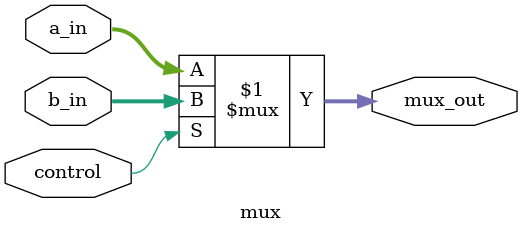
<source format=v>
`include "definitions.vh"

module mux#(
    parameter SIZE=64)(
    input [SIZE-1:0] a_in,
    input [SIZE-1:0] b_in,
    input control,
    output [SIZE-1:0] mux_out
    );
    
    assign mux_out = (control) ? b_in : a_in;//control is your selector
    //When control == 0 it selects a_in
    //When control == 1 it selects b_in
    
endmodule

</source>
